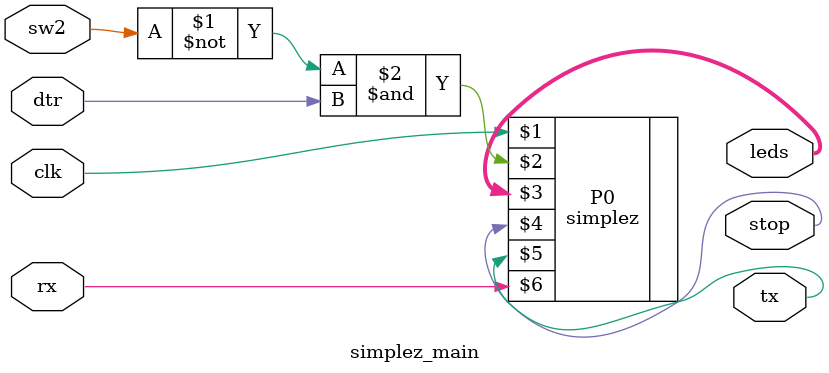
<source format=v>
`default_nettype none

module simplez_main  (
           input wire clk,          //-- Reloj del sistema
           input wire dtr,          //-- Señal DTR del PC
           input wire sw2,          //-- Pulsador 2
           output wire [7:0] leds,  //-- leds
           output wire stop,        //-- Indicador de stop
           output wire tx,          //-- Salida serie para la pantalla
           input wire rx            //-- Entrada serie del teclado
);

//-- Procesador simplez, con reset conectado
simplez
P0 (clk,
    ~sw2 & dtr,    //-- Reset mediante pulsador o DTR (PC)
    leds,
    stop,
    tx,
    rx
);

endmodule

</source>
